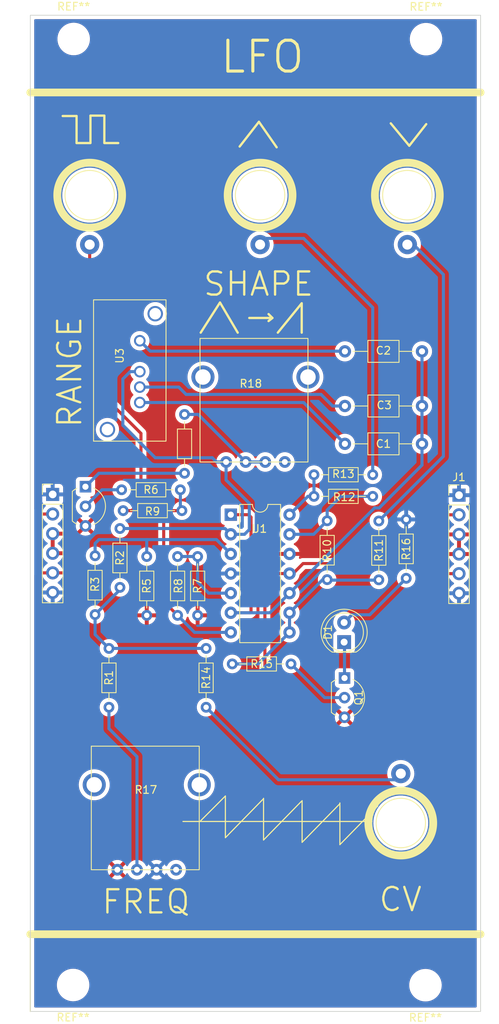
<source format=kicad_pcb>
(kicad_pcb (version 20211014) (generator pcbnew)
  (layers (0 "F.Cu" signal) (31 "B.Cu" signal) (34 "B.Paste" user) (35 "F.Paste" user) (36 "B.SilkS" user "B.Silkscreen") (37 "F.SilkS" user "F.Silkscreen") (38 "B.Mask" user) (39 "F.Mask" user) (44 "Edge.Cuts" user))
  (net 0 "")
  (net 1 "Net-(C1-Pad1)")
  (net 2 "Net-(D1-Pad1)")
  (net 3 "Net-(D1-Pad2)")
  (net 4 "+12V")
  (net 5 "-12V")
  (net 6 "Net-(Q1-Pad2)")
  (net 7 "Net-(R2-Pad2)")
  (net 8 "Net-(R3-Pad2)")
  (net 9 "Net-(R6-Pad2)")
  (net 10 "Net-(R7-Pad1)")
  (net 11 "Net-(R10-Pad1)")
  (net 12 "Net-(R10-Pad2)")
  (net 13 "Net-(C2-Pad1)")
  (net 14 "Net-(R12-Pad2)")
  (net 15 "Net-(C1-Pad2)")
  (net 16 "Net-(C3-Pad1)")
  (net 17 "Net-(R1-Pad1)")
  (net 18 "Net-(R1-Pad2)")
  (net 19 "Net-(Q2-Pad1)")
  (net 20 "Net-(Q2-Pad2)")
  (net 21 "GND")
  (net 22 "Net-(R4-Pad1)")
  (net 23 "Net-(R9-Pad2)")
  (net 24 "Net-(R11-Pad2)")
  (net 25 "Net-(R13-Pad2)")
  (net 26 "Net-(R14-Pad1)")
  (footprint "Capacitor_THT:C_Axial_L3.8mm_D2.6mm_P10.00mm_Horizontal" (layer "F.Cu") (at 150.9 80.4)
    (fp_text reference "C3" (at 5.1 -0.1) (layer "F.SilkS"))
    (fp_text value "C")
    (fp_line (start 2.98 -1.42) (end 2.98 1.42) (layer "F.SilkS") (width 0.12))
    (fp_line (start 1.04 0) (end 2.98 0) (layer "F.SilkS") (width 0.12))
    (fp_line (start 8.96 0) (end 7.02 0) (layer "F.SilkS") (width 0.12))
    (fp_line (start 7.02 -1.42) (end 2.98 -1.42) (layer "F.SilkS") (width 0.12))
    (fp_line (start 7.02 1.42) (end 7.02 -1.42) (layer "F.SilkS") (width 0.12))
    (fp_line (start 2.98 1.42) (end 7.02 1.42) (layer "F.SilkS") (width 0.12))
    (pad "1" thru_hole circle (at 0 0) (size 1.6 1.6) (drill 0.8) (layers *.Cu *.Mask) (net 16 "Net-(C3-Pad1)"))
    (pad "2" thru_hole oval (at 10 0) (size 1.6 1.6) (drill 0.8) (layers *.Cu *.Mask) (net 15 "Net-(C1-Pad2)"))
  )
  (footprint "Library:aux_flush" (layer "F.Cu") (at 159 53.1 90)
    (fp_text reference "U5" hide)
    (fp_text value "Aux_flush")
    (fp_circle (center 0 0) (end 3.2 0.1) (layer "F.SilkS") (width 0.12) (fill none))
    (fp_circle (center 0 0) (end 4.2 0.3) (layer "F.SilkS") (width 1) (fill none))
    (pad "" np_thru_hole circle (at 0 0 90) (size 6.1 6.1) (drill 6.1) (layers F&B.Cu *.Mask))
    (pad "1" thru_hole circle (at -6.4 0 90) (size 2.5 2.5) (drill 1.3) (layers *.Cu *.Mask) (net 24 "Net-(R11-Pad2)"))
  )
  (footprint "Resistor_THT:R_Axial_DIN0204_L3.6mm_D1.6mm_P7.62mm_Horizontal" (layer "F.Cu") (at 118.5 107.41 90)
    (fp_text reference "R3" (at 3.91 0 90) (layer "F.SilkS"))
    (fp_text value "R")
    (fp_line (start 1.89 -0.92) (end 1.89 0.92) (layer "F.SilkS") (width 0.12))
    (fp_line (start 0.94 0) (end 1.89 0) (layer "F.SilkS") (width 0.12))
    (fp_line (start 1.89 0.92) (end 5.73 0.92) (layer "F.SilkS") (width 0.12))
    (fp_line (start 5.73 -0.92) (end 1.89 -0.92) (layer "F.SilkS") (width 0.12))
    (fp_line (start 6.68 0) (end 5.73 0) (layer "F.SilkS") (width 0.12))
    (fp_line (start 5.73 0.92) (end 5.73 -0.92) (layer "F.SilkS") (width 0.12))
    (pad "1" thru_hole circle (at 0 0 90) (size 1.4 1.4) (drill 0.7) (layers *.Cu *.Mask) (net 18 "Net-(R1-Pad2)"))
    (pad "2" thru_hole oval (at 7.62 0 90) (size 1.4 1.4) (drill 0.7) (layers *.Cu *.Mask) (net 8 "Net-(R3-Pad2)"))
  )
  (footprint "Connector_PinHeader_2.54mm:PinHeader_1x06_P2.54mm_Vertical" (layer "F.Cu") (at 113 91.85)
    (fp_text reference "J2" hide)
    (fp_text value "Conn_01x06_Female")
    (fp_line (start 1.33 1.27) (end 1.33 14.03) (layer "F.SilkS") (width 0.12))
    (fp_line (start -1.33 -1.33) (end 0 -1.33) (layer "F.SilkS") (width 0.12))
    (fp_line (start -1.33 14.03) (end 1.33 14.03) (layer "F.SilkS") (width 0.12))
    (fp_line (start -1.33 1.27) (end -1.33 14.03) (layer "F.SilkS") (width 0.12))
    (fp_line (start -1.33 0) (end -1.33 -1.33) (layer "F.SilkS") (width 0.12))
    (fp_line (start -1.33 1.27) (end 1.33 1.27) (layer "F.SilkS") (width 0.12))
    (pad "1" thru_hole rect (at 0 0) (size 1.7 1.7) (drill 1) (layers *.Cu *.Mask) (net 4 "+12V"))
    (pad "2" thru_hole oval (at 0 2.54) (size 1.7 1.7) (drill 1) (layers *.Cu *.Mask) (net 5 "-12V"))
    (pad "3" thru_hole oval (at 0 5.08) (size 1.7 1.7) (drill 1) (layers *.Cu *.Mask) (net 21 "GND"))
    (pad "4" thru_hole oval (at 0 7.62) (size 1.7 1.7) (drill 1) (layers *.Cu *.Mask) (net 21 "GND"))
    (pad "5" thru_hole oval (at 0 10.16) (size 1.7 1.7) (drill 1) (layers *.Cu *.Mask) (net 5 "-12V"))
    (pad "6" thru_hole oval (at 0 12.7) (size 1.7 1.7) (drill 1) (layers *.Cu *.Mask) (net 4 "+12V"))
  )
  (footprint "Library:aux_flush" (layer "F.Cu") (at 117.8 53.1 90)
    (fp_text reference "U4" hide)
    (fp_text value "Aux_flush")
    (fp_circle (center 0 0) (end 3.2 0.1) (layer "F.SilkS") (width 0.12) (fill none))
    (fp_circle (center 0 0) (end 4.2 0.3) (layer "F.SilkS") (width 1) (fill none))
    (pad "" np_thru_hole circle (at 0 0 90) (size 6.1 6.1) (drill 6.1) (layers F&B.Cu *.Mask))
    (pad "1" thru_hole circle (at -6.4 0 90) (size 2.5 2.5) (drill 1.3) (layers *.Cu *.Mask) (net 23 "Net-(R9-Pad2)"))
  )
  (footprint "Resistor_THT:R_Axial_DIN0204_L3.6mm_D1.6mm_P7.62mm_Horizontal" (layer "F.Cu") (at 158.85 102.71 90)
    (fp_text reference "R16" (at 3.785 0 90) (layer "F.SilkS"))
    (fp_text value "R")
    (fp_line (start 1.89 0.92) (end 5.73 0.92) (layer "F.SilkS") (width 0.12))
    (fp_line (start 0.94 0) (end 1.89 0) (layer "F.SilkS") (width 0.12))
    (fp_line (start 5.73 0.92) (end 5.73 -0.92) (layer "F.SilkS") (width 0.12))
    (fp_line (start 6.68 0) (end 5.73 0) (layer "F.SilkS") (width 0.12))
    (fp_line (start 5.73 -0.92) (end 1.89 -0.92) (layer "F.SilkS") (width 0.12))
    (fp_line (start 1.89 -0.92) (end 1.89 0.92) (layer "F.SilkS") (width 0.12))
    (pad "1" thru_hole circle (at 0 0 90) (size 1.4 1.4) (drill 0.7) (layers *.Cu *.Mask) (net 3 "Net-(D1-Pad2)"))
    (pad "2" thru_hole oval (at 7.62 0 90) (size 1.4 1.4) (drill 0.7) (layers *.Cu *.Mask) (net 4 "+12V"))
  )
  (footprint "Resistor_THT:R_Axial_DIN0204_L3.6mm_D1.6mm_P7.62mm_Horizontal" (layer "F.Cu") (at 129.76 93.95 180)
    (fp_text reference "R9" (at 3.81 -0.1) (layer "F.SilkS"))
    (fp_text value "R")
    (fp_line (start 0.94 0) (end 1.89 0) (layer "F.SilkS") (width 0.12))
    (fp_line (start 5.73 0.92) (end 5.73 -0.92) (layer "F.SilkS") (width 0.12))
    (fp_line (start 5.73 -0.92) (end 1.89 -0.92) (layer "F.SilkS") (width 0.12))
    (fp_line (start 1.89 -0.92) (end 1.89 0.92) (layer "F.SilkS") (width 0.12))
    (fp_line (start 6.68 0) (end 5.73 0) (layer "F.SilkS") (width 0.12))
    (fp_line (start 1.89 0.92) (end 5.73 0.92) (layer "F.SilkS") (width 0.12))
    (pad "1" thru_hole circle (at 0 0 180) (size 1.4 1.4) (drill 0.7) (layers *.Cu *.Mask) (net 9 "Net-(R6-Pad2)"))
    (pad "2" thru_hole oval (at 7.62 0 180) (size 1.4 1.4) (drill 0.7) (layers *.Cu *.Mask) (net 23 "Net-(R9-Pad2)"))
  )
  (footprint "MountingHole:MountingHole_3.2mm_M3" (layer "F.Cu") (at 115.725 32.875)
    (fp_text reference "REF**" (at 0 -4.2) (layer "F.SilkS"))
    (fp_text value "MountingHole_3.2mm_M3")
    (pad "" np_thru_hole circle (at 0 0) (size 3.2 3.2) (drill 3.2) (layers *.Cu *.Mask))
  )
  (footprint "Resistor_THT:R_Axial_DIN0204_L3.6mm_D1.6mm_P7.62mm_Horizontal" (layer "F.Cu") (at 155.3 102.91 90)
    (fp_text reference "R11" (at 3.81 0 90) (layer "F.SilkS"))
    (fp_text value "R")
    (fp_line (start 0.94 0) (end 1.89 0) (layer "F.SilkS") (width 0.12))
    (fp_line (start 1.89 -0.92) (end 1.89 0.92) (layer "F.SilkS") (width 0.12))
    (fp_line (start 5.73 -0.92) (end 1.89 -0.92) (layer "F.SilkS") (width 0.12))
    (fp_line (start 5.73 0.92) (end 5.73 -0.92) (layer "F.SilkS") (width 0.12))
    (fp_line (start 6.68 0) (end 5.73 0) (layer "F.SilkS") (width 0.12))
    (fp_line (start 1.89 0.92) (end 5.73 0.92) (layer "F.SilkS") (width 0.12))
    (pad "1" thru_hole circle (at 0 0 90) (size 1.4 1.4) (drill 0.7) (layers *.Cu *.Mask) (net 11 "Net-(R10-Pad1)"))
    (pad "2" thru_hole oval (at 7.62 0 90) (size 1.4 1.4) (drill 0.7) (layers *.Cu *.Mask) (net 24 "Net-(R11-Pad2)"))
  )
  (footprint "Connector_PinHeader_2.54mm:PinHeader_1x06_P2.54mm_Vertical" (layer "F.Cu") (at 165.7 91.95)
    (fp_text reference "J1" (at 0 -2.33) (layer "F.SilkS"))
    (fp_text value "Conn_01x06_Female")
    (fp_line (start -1.33 0) (end -1.33 -1.33) (layer "F.SilkS") (width 0.12))
    (fp_line (start -1.33 14.03) (end 1.33 14.03) (layer "F.SilkS") (width 0.12))
    (fp_line (start -1.33 1.27) (end -1.33 14.03) (layer "F.SilkS") (width 0.12))
    (fp_line (start 1.33 1.27) (end 1.33 14.03) (layer "F.SilkS") (width 0.12))
    (fp_line (start -1.33 1.27) (end 1.33 1.27) (layer "F.SilkS") (width 0.12))
    (fp_line (start -1.33 -1.33) (end 0 -1.33) (layer "F.SilkS") (width 0.12))
    (pad "1" thru_hole rect (at 0 0) (size 1.7 1.7) (drill 1) (layers *.Cu *.Mask) (net 4 "+12V"))
    (pad "2" thru_hole oval (at 0 2.54) (size 1.7 1.7) (drill 1) (layers *.Cu *.Mask) (net 5 "-12V"))
    (pad "3" thru_hole oval (at 0 5.08) (size 1.7 1.7) (drill 1) (layers *.Cu *.Mask) (net 21 "GND"))
    (pad "4" thru_hole oval (at 0 7.62) (size 1.7 1.7) (drill 1) (layers *.Cu *.Mask) (net 21 "GND"))
    (pad "5" thru_hole oval (at 0 10.16) (size 1.7 1.7) (drill 1) (layers *.Cu *.Mask) (net 5 "-12V"))
    (pad "6" thru_hole oval (at 0 12.7) (size 1.7 1.7) (drill 1) (layers *.Cu *.Mask) (net 4 "+12V"))
  )
  (footprint "Library:aux_flush" (layer "F.Cu") (at 139.9 53.1 90)
    (fp_text reference "U6" hide)
    (fp_text value "Aux_flush")
    (fp_circle (center 0 0) (end 4.2 0.3) (layer "F.SilkS") (width 1) (fill none))
    (fp_circle (center 0 0) (end 3.2 0.1) (layer "F.SilkS") (width 0.12) (fill none))
    (pad "" np_thru_hole circle (at 0 0 90) (size 6.1 6.1) (drill 6.1) (layers F&B.Cu *.Mask))
    (pad "1" thru_hole circle (at -6.4 0 90) (size 2.5 2.5) (drill 1.3) (layers *.Cu *.Mask) (net 25 "Net-(R13-Pad2)"))
  )
  (footprint "Resistor_THT:R_Axial_DIN0204_L3.6mm_D1.6mm_P7.62mm_Horizontal" (layer "F.Cu") (at 132.9 119.41 90)
    (fp_text reference "R14" (at 3.81 0 90) (layer "F.SilkS"))
    (fp_text value "R")
    (fp_line (start 5.73 -0.92) (end 1.89 -0.92) (layer "F.SilkS") (width 0.12))
    (fp_line (start 5.73 0.92) (end 5.73 -0.92) (layer "F.SilkS") (width 0.12))
    (fp_line (start 1.89 -0.92) (end 1.89 0.92) (layer "F.SilkS") (width 0.12))
    (fp_line (start 1.89 0.92) (end 5.73 0.92) (layer "F.SilkS") (width 0.12))
    (fp_line (start 0.94 0) (end 1.89 0) (layer "F.SilkS") (width 0.12))
    (fp_line (start 6.68 0) (end 5.73 0) (layer "F.SilkS") (width 0.12))
    (pad "1" thru_hole circle (at 0 0 90) (size 1.4 1.4) (drill 0.7) (layers *.Cu *.Mask) (net 26 "Net-(R14-Pad1)"))
    (pad "2" thru_hole oval (at 7.62 0 90) (size 1.4 1.4) (drill 0.7) (layers *.Cu *.Mask) (net 18 "Net-(R1-Pad2)"))
  )
  (footprint "Resistor_THT:R_Axial_DIN0204_L3.6mm_D1.6mm_P7.62mm_Horizontal" (layer "F.Cu") (at 143.91 113.8 180)
    (fp_text reference "R15" (at 3.81 0) (layer "F.SilkS"))
    (fp_text value "R")
    (fp_line (start 1.89 -0.92) (end 1.89 0.92) (layer "F.SilkS") (width 0.12))
    (fp_line (start 0.94 0) (end 1.89 0) (layer "F.SilkS") (width 0.12))
    (fp_line (start 5.73 0.92) (end 5.73 -0.92) (layer "F.SilkS") (width 0.12))
    (fp_line (start 1.89 0.92) (end 5.73 0.92) (layer "F.SilkS") (width 0.12))
    (fp_line (start 6.68 0) (end 5.73 0) (layer "F.SilkS") (width 0.12))
    (fp_line (start 5.73 -0.92) (end 1.89 -0.92) (layer "F.SilkS") (width 0.12))
    (pad "1" thru_hole circle (at 0 0 180) (size 1.4 1.4) (drill 0.7) (layers *.Cu *.Mask) (net 6 "Net-(Q1-Pad2)"))
    (pad "2" thru_hole oval (at 7.62 0 180) (size 1.4 1.4) (drill 0.7) (layers *.Cu *.Mask) (net 11 "Net-(R10-Pad1)"))
  )
  (footprint "" (layer "F.Cu") (at 158.15 134.4)
    (fp_text reference "" (at 0 0) (layer "F.SilkS") (effects (font (size 1.27 1.27))))
    (fp_text value "" (at 0 0) (layer "F.SilkS") (effects (font (size 1.27 1.27))))
    (pad "" np_thru_hole circle (at 0 0) (size 6.1 6.1) (drill 6.1) (layers F&B.Cu *.Mask))
  )
  (footprint "Package_TO_SOT_THT:TO-92L_Inline_Wide" (layer "F.Cu") (at 150.85 115.625 -90)
    (fp_text reference "Q1" (at 2.54 -1.85 90) (layer "F.SilkS"))
    (fp_text value "BC547")
    (fp_line (start 0.6 1.7) (end 4.45 1.7) (layer "F.SilkS") (width 0.12))
    (fp_arc (start 2.54 -2.6) (mid 3.936979 -2.192818) (end 4.8964 -1.098807) (layer "F.SilkS") (width 0.12))
    (fp_arc (start 0.1836 -1.098807) (mid 1.143021 -2.192817) (end 2.54 -2.6) (layer "F.SilkS") (width 0.12))
    (fp_arc (start 4.842383 1.112264) (mid 4.666594 1.419753) (end 4.45 1.7) (layer "F.SilkS") (width 0.12))
    (fp_arc (start 0.6 1.7) (mid 0.389183 1.423933) (end 0.217369 1.122045) (layer "F.SilkS") (width 0.12))
    (pad "1" thru_hole rect (at 0 0 270) (size 1.5 1.5) (drill 0.8) (layers *.Cu *.Mask) (net 2 "Net-(D1-Pad1)"))
    (pad "2" thru_hole circle (at 2.54 0 270) (size 1.5 1.5) (drill 0.8) (layers *.Cu *.Mask) (net 6 "Net-(Q1-Pad2)"))
    (pad "3" thru_hole circle (at 5.08 0 270) (size 1.5 1.5) (drill 0.8) (layers *.Cu *.Mask) (net 21 "GND"))
  )
  (footprint "Resistor_THT:R_Axial_DIN0204_L3.6mm_D1.6mm_P7.62mm_Horizontal" (layer "F.Cu") (at 130.1 81.49 -90)
    (fp_text reference "R4" hide)
    (fp_text value "R")
    (fp_line (start 1.89 -0.92) (end 1.89 0.92) (layer "F.SilkS") (width 0.12))
    (fp_line (start 0.94 0) (end 1.89 0) (layer "F.SilkS") (width 0.12))
    (fp_line (start 5.73 -0.92) (end 1.89 -0.92) (layer "F.SilkS") (width 0.12))
    (fp_line (start 6.68 0) (end 5.73 0) (layer "F.SilkS") (width 0.12))
    (fp_line (start 5.73 0.92) (end 5.73 -0.92) (layer "F.SilkS") (width 0.12))
    (fp_line (start 1.89 0.92) (end 5.73 0.92) (layer "F.SilkS") (width 0.12))
    (pad "1" thru_hole circle (at 0 0 270) (size 1.4 1.4) (drill 0.7) (layers *.Cu *.Mask) (net 22 "Net-(R4-Pad1)"))
    (pad "2" thru_hole oval (at 7.62 0 270) (size 1.4 1.4) (drill 0.7) (layers *.Cu *.Mask) (net 19 "Net-(Q2-Pad1)"))
  )
  (footprint "MountingHole:MountingHole_3.2mm_M3" (layer "F.Cu") (at 115.65 155.375 180)
    (fp_text reference "REF**" (at 0 -4.2) (layer "F.SilkS"))
    (fp_text value "MountingHole_3.2mm_M3")
    (pad "" np_thru_hole circle (at 0 0 180) (size 3.2 3.2) (drill 3.2) (layers *.Cu *.Mask))
  )
  (footprint "Library:aux_flush" (layer "F.Cu") (at 158.15 134.4 -90)
    (fp_text reference "U2" hide)
    (fp_text value "Aux_flush")
    (fp_circle (center 0 0) (end 4.2 0.3) (layer "F.SilkS") (width 1) (fill none))
    (fp_circle (center 0 0) (end 3.2 0.1) (layer "F.SilkS") (width 0.12) (fill none))
    (pad "" np_thru_hole circle (at 0 0 270) (size 6.1 6.1) (drill 6.1) (layers F&B.Cu *.Mask))
    (pad "1" thru_hole circle (at -6.4 0 270) (size 2.5 2.5) (drill 1.3) (layers *.Cu *.Mask) (net 26 "Net-(R14-Pad1)"))
  )
  (footprint "Package_TO_SOT_THT:TO-92L_Inline_Wide" (layer "F.Cu") (at 117.25 90.85 -90)
    (fp_text reference "Q2" hide)
    (fp_text value "BC547")
    (fp_line (start 0.6 1.7) (end 4.45 1.7) (layer "F.SilkS") (width 0.12))
    (fp_arc (start 2.54 -2.6) (mid 3.936979 -2.192818) (end 4.8964 -1.098807) (layer "F.SilkS") (width 0.12))
    (fp_arc (start 0.1836 -1.098807) (mid 1.143021 -2.192817) (end 2.54 -2.6) (layer "F.SilkS") (width 0.12))
    (fp_arc (start 0.6 1.7) (mid 0.389183 1.423933) (end 0.217369 1.122045) (layer "F.SilkS") (width 0.12))
    (fp_arc (start 4.842383 1.112264) (mid 4.666594 1.419753) (end 4.45 1.7) (layer "F.SilkS") (width 0.12))
    (pad "1" thru_hole rect (at 0 0 270) (size 1.5 1.5) (drill 0.8) (layers *.Cu *.Mask) (net 19 "Net-(Q2-Pad1)"))
    (pad "2" thru_hole circle (at 2.54 0 270) (size 1.5 1.5) (drill 0.8) (layers *.Cu *.Mask) (net 20 "Net-(Q2-Pad2)"))
    (pad "3" thru_hole circle (at 5.08 0 270) (size 1.5 1.5) (drill 0.8) (layers *.Cu *.Mask) (net 21 "GND"))
  )
  (footprint "Resistor_THT:R_Axial_DIN0204_L3.6mm_D1.6mm_P7.62mm_Horizontal" (layer "F.Cu") (at 131.8 99.89 -90)
    (fp_text reference "R7" (at 3.81 0 90) (layer "F.SilkS"))
    (fp_text value "R")
    (fp_line (start 1.89 0.92) (end 5.73 0.92) (layer "F.SilkS") (width 0.12))
    (fp_line (start 6.68 0) (end 5.73 0) (layer "F.SilkS") (width 0.12))
    (fp_line (start 5.73 0.92) (end 5.73 -0.92) (layer "F.SilkS") (width 0.12))
    (fp_line (start 1.89 -0.92) (end 1.89 0.92) (layer "F.SilkS") (width 0.12))
    (fp_line (start 5.73 -0.92) (end 1.89 -0.92) (layer "F.SilkS") (width 0.12))
    (fp_line (start 0.94 0) (end 1.89 0) (layer "F.SilkS") (width 0.12))
    (pad "1" thru_hole circle (at 0 0 270) (size 1.4 1.4) (drill 0.7) (layers *.Cu *.Mask) (net 10 "Net-(R7-Pad1)"))
    (pad "2" thru_hole oval (at 7.62 0 270) (size 1.4 1.4) (drill 0.7) (layers *.Cu *.Mask) (net 21 "GND"))
  )
  (footprint "Resistor_THT:R_Axial_DIN0204_L3.6mm_D1.6mm_P7.62mm_Horizontal" (layer "F.Cu") (at 121.94 91.25)
    (fp_text reference "R6" (at 3.81 0) (layer "F.SilkS"))
    (fp_text value "R")
    (fp_line (start 1.89 0.92) (end 5.73 0.92) (layer "F.SilkS") (width 0.12))
    (fp_line (start 0.94 0) (end 1.89 0) (layer "F.SilkS") (width 0.12))
    (fp_line (start 5.73 0.92) (end 5.73 -0.92) (layer "F.SilkS") (width 0.12))
    (fp_line (start 1.89 -0.92) (end 1.89 0.92) (layer "F.SilkS") (width 0.12))
    (fp_line (start 5.73 -0.92) (end 1.89 -0.92) (layer "F.SilkS") (width 0.12))
    (fp_line (start 6.68 0) (end 5.73 0) (layer "F.SilkS") (width 0.12))
    (pad "1" thru_hole circle (at 0 0) (size 1.4 1.4) (drill 0.7) (layers *.Cu *.Mask) (net 20 "Net-(Q2-Pad2)"))
    (pad "2" thru_hole oval (at 7.62 0) (size 1.4 1.4) (drill 0.7) (layers *.Cu *.Mask) (net 9 "Net-(R6-Pad2)"))
  )
  (footprint "LED_THT:LED_D5.0mm" (layer "F.Cu") (at 150.8 110.975 90)
    (fp_text reference "D1" (at 1.27 -2.1 90) (layer "F.SilkS"))
    (fp_text value "LED")
    (fp_line (start -1.29 -1.545) (end -1.29 1.545) (layer "F.SilkS") (width 0.12))
    (fp_arc (start 4.26 -0.000462) (mid 2.072002 2.880433) (end -1.29 1.54483) (layer "F.SilkS") (width 0.12))
    (fp_arc (start -1.29 -1.54483) (mid 2.072002 -2.880433) (end 4.26 0.000462) (layer "F.SilkS") (width 0.12))
    (fp_circle (center 1.27 0) (end 3.77 0) (layer "F.SilkS") (width 0.12) (fill none))
    (pad "1" thru_hole rect (at 0 0 90) (size 1.8 1.8) (drill 0.9) (layers *.Cu *.Mask) (net 2 "Net-(D1-Pad1)"))
    (pad "2" thru_hole circle (at 2.54 0 90) (size 1.8 1.8) (drill 0.9) (layers *.Cu *.Mask) (net 3 "Net-(D1-Pad2)"))
  )
  (footprint "MountingHole:MountingHole_3.2mm_M3" (layer "F.Cu") (at 161.425 32.9)
    (fp_text reference "REF**" (at 0 -4.2) (layer "F.SilkS"))
    (fp_text value "MountingHole_3.2mm_M3")
    (pad "" np_thru_hole circle (at 0 0) (size 3.2 3.2) (drill 3.2) (layers *.Cu *.Mask))
  )
  (footprint "Resistor_THT:R_Axial_DIN0204_L3.6mm_D1.6mm_P7.62mm_Horizontal" (layer "F.Cu") (at 146.89 89.3)
    (fp_text reference "R13" (at 3.81 -0.1) (layer "F.SilkS"))
    (fp_text value "R")
    (fp_line (start 5.73 -0.92) (end 1.89 -0.92) (layer "F.SilkS") (width 0.12))
    (fp_line (start 0.94 0) (end 1.89 0) (layer "F.SilkS") (width 0.12))
    (fp_line (start 1.89 -0.92) (end 1.89 0.92) (layer "F.SilkS") (width 0.12))
    (fp_line (start 5.73 0.92) (end 5.73 -0.92) (layer "F.SilkS") (width 0.12))
    (fp_line (start 6.68 0) (end 5.73 0) (layer "F.SilkS") (width 0.12))
    (fp_line (start 1.89 0.92) (end 5.73 0.92) (layer "F.SilkS") (width 0.12))
    (pad "1" thru_hole circle (at 0 0) (size 1.4 1.4) (drill 0.7) (layers *.Cu *.Mask) (net 14 "Net-(R12-Pad2)"))
    (pad "2" thru_hole oval (at 7.62 0) (size 1.4 1.4) (drill 0.7) (layers *.Cu *.Mask) (net 25 "Net-(R13-Pad2)"))
  )
  (footprint "Resistor_THT:R_Axial_DIN0204_L3.6mm_D1.6mm_P7.62mm_Horizontal" (layer "F.Cu") (at 148.6 102.885 90)
    (fp_text reference "R10" (at 3.785 0 90) (layer "F.SilkS"))
    (fp_text value "R")
    (fp_line (start 5.73 -0.92) (end 1.89 -0.92) (layer "F.SilkS") (width 0.12))
    (fp_line (start 1.89 0.92) (end 5.73 0.92) (layer "F.SilkS") (width 0.12))
    (fp_line (start 6.68 0) (end 5.73 0) (layer "F.SilkS") (width 0.12))
    (fp_line (start 1.89 -0.92) (end 1.89 0.92) (layer "F.SilkS") (width 0.12))
    (fp_line (start 0.94 0) (end 1.89 0) (layer "F.SilkS") (width 0.12))
    (fp_line (start 5.73 0.92) (end 5.73 -0.92) (layer "F.SilkS") (width 0.12))
    (pad "1" thru_hole circle (at 0 0 90) (size 1.4 1.4) (drill 0.7) (layers *.Cu *.Mask) (net 11 "Net-(R10-Pad1)"))
    (pad "2" thru_hole oval (at 7.62 0 90) (size 1.4 1.4) (drill 0.7) (layers *.Cu *.Mask) (net 12 "Net-(R10-Pad2)"))
  )
  (footprint "Capacitor_THT:C_Axial_L3.8mm_D2.6mm_P10.00mm_Horizontal" (layer "F.Cu") (at 150.9 73.325)
    (fp_text reference "C2" (at 5 -0.1) (layer "F.SilkS"))
    (fp_text value "C")
    (fp_line (start 2.98 1.42) (end 7.02 1.42) (layer "F.SilkS") (width 0.12))
    (fp_line (start 7.02 1.42) (end 7.02 -1.42) (layer "F.SilkS") (width 0.12))
    (fp_line (start 2.98 -1.42) (end 2.98 1.42) (layer "F.SilkS") (width 0.12))
    (fp_line (start 7.02 -1.42) (end 2.98 -1.42) (layer "F.SilkS") (width 0.12))
    (fp_line (start 1.04 0) (end 2.98 0) (layer "F.SilkS") (width 0.12))
    (fp_line (start 8.96 0) (end 7.02 0) (layer "F.SilkS") (width 0.12))
    (pad "1" thru_hole circle (at 0 0) (size 1.6 1.6) (drill 0.8) (layers *.Cu *.Mask) (net 13 "Net-(C2-Pad1)"))
    (pad "2" thru_hole oval (at 10 0) (size 1.6 1.6) (drill 0.8) (layers *.Cu *.Mask) (net 15 "Net-(C1-Pad2)"))
  )
  (footprint "Resistor_THT:R_Axial_DIN0204_L3.6mm_D1.6mm_P7.62mm_Horizontal" (layer "F.Cu") (at 125.2 99.89 -90)
    (fp_text reference "R5" (at 3.81 0 90) (layer "F.SilkS"))
    (fp_text value "R")
    (fp_line (start 1.89 0.92) (end 5.73 0.92) (layer "F.SilkS") (width 0.12))
    (fp_line (start 5.73 -0.92) (end 1.89 -0.92) (layer "F.SilkS") (width 0.12))
    (fp_line (start 5.73 0.92) (end 5.73 -0.92) (layer "F.SilkS") (width 0.12))
    (fp_line (start 1.89 -0.92) (end 1.89 0.92) (layer "F.SilkS") (width 0.12))
    (fp_line (start 6.68 0) (end 5.73 0) (layer "F.SilkS") (width 0.12))
    (fp_line (start 0.94 0) (end 1.89 0) (layer "F.SilkS") (width 0.12))
    (pad "1" thru_hole circle (at 0 0 270) (size 1.4 1.4) (drill 0.7) (layers *.Cu *.Mask) (net 8 "Net-(R3-Pad2)"))
    (pad "2" thru_hole oval (at 7.62 0 270) (size 1.4 1.4) (drill 0.7) (layers *.Cu *.Mask) (net 21 "GND"))
  )
  (footprint "Resistor_THT:R_Axial_DIN0204_L3.6mm_D1.6mm_P7.62mm_Horizontal" (layer "F.Cu") (at 129.2 107.51 90)
    (fp_text reference "R8" (at 3.81 0.1 90) (layer "F.SilkS"))
    (fp_text value "R")
    (fp_line (start 6.68 0) (end 5.73 0) (layer "F.SilkS") (width 0.12))
    (fp_line (start 1.89 -0.92) (end 1.89 0.92) (layer "F.SilkS") (width 0.12))
    (fp_line (start 0.94 0) (end 1.89 0) (layer "F.SilkS") (width 0.12))
    (fp_line (start 1.89 0.92) (end 5.73 0.92) (layer "F.SilkS") (width 0.12))
    (fp_line (start 5.73 0.92) (end 5.73 -0.92) (layer "F.SilkS") (width 0.12))
    (fp_line (start 5.73 -0.92) (end 1.89 -0.92) (layer "F.SilkS") (width 0.12))
    (pad "1" thru_hole circle (at 0 0 90) (size 1.4 1.4) (drill 0.7) (layers *.Cu *.Mask) (net 9 "Net-(R6-Pad2)"))
    (pad "2" thru_hole oval (at 7.62 0 90) (size 1.4 1.4) (drill 0.7) (layers *.Cu *.Mask) (net 10 "Net-(R7-Pad1)"))
  )
  (footprint "Capacitor_THT:C_Axial_L3.8mm_D2.6mm_P10.00mm_Horizontal" (layer "F.Cu") (at 150.9 85.3)
    (fp_text reference "C1" (at 5 0) (layer "F.SilkS"))
    (fp_text value "C")
    (fp_line (start 7.02 1.42) (end 7.02 -1.42) (layer "F.SilkS") (width 0.12))
    (fp_line (start 2.98 -1.42) (end 2.98 1.42) (layer "F.SilkS") (width 0.12))
    (fp_line (start 1.04 0) (end 2.98 0) (layer "F.SilkS") (width 0.12))
    (fp_line (start 2.98 1.42) (end 7.02 1.42) (layer "F.SilkS") (width 0.12))
    (fp_line (start 7.02 -1.42) (end 2.98 -1.42) (layer "F.SilkS") (width 0.12))
    (fp_line (start 8.96 0) (end 7.02 0) (layer "F.SilkS") (width 0.12))
    (pad "1" thru_hole circle (at 0 0) (size 1.6 1.6) (drill 0.8) (layers *.Cu *.Mask) (net 1 "Net-(C1-Pad1)"))
    (pad "2" thru_hole oval (at 10 0) (size 1.6 1.6) (drill 0.8) (layers *.Cu *.Mask) (net 15 "Net-(C1-Pad2)"))
  )
  (footprint "pretties:AlpsPot" (layer "F.Cu") (at 135.49 87.649)
    (fp_text reference "R18" (at 3.21 -10.149 unlocked) (layer "F.SilkS"))
    (fp_text value "AlpsPot")
    (fp_rect (start -3.38 -16) (end 10.62 0) (layer "F.SilkS") (width 0.12) (fill none))
    (pad "1" thru_hole circle (at 0 0) (size 1.524 1.524) (drill 0.762) (layers *.Cu *.Mask) (net 7 "Net-(R2-Pad2)"))
    (pad "2" thru_hole circle (at 2.54 0) (size 1.524 1.524) (drill 0.762) (layers *.Cu *.Mask) (net 22 "Net-(R4-Pad1)"))
    (pad "3" thru_hole circle (at 5.08 0) (size 1.524 1.524) (drill 0.762) (layers *.Cu *.Mask) (net 22 "Net-(R4-Pad1)"))
    (pad "4" thru_hole circle (at 7.62 0) (size 1.524 1.524) (drill 0.762) (layers *.Cu *.Mask))
    (pad "5" thru_hole circle (at -3 -11) (size 3 3) (drill 2) (layers *.Cu *.Mask))
    (pad "6" thru_hole circle (at 10.62 -11) (size 3 3) (drill 2) (layers *.Cu *.Mask))
  )
  (footprint "MountingHole:MountingHole_3.2mm_M3" (layer "F.Cu") (at 161.35 155.4 180)
    (fp_text reference "REF**" (at 0 -4.2) (layer "F.SilkS"))
    (fp_text value "MountingHole_3.2mm_M3")
    (pad "" np_thru_hole circle (at 0 0 180) (size 3.2 3.2) (drill 3.2) (layers *.Cu *.Mask))
  )
  (footprint "Resistor_THT:R_Axial_DIN0204_L3.6mm_D1.6mm_P7.62mm_Horizontal" (layer "F.Cu") (at 121.725 103.885 90)
    (fp_text reference "R2" (at 3.81 0 90) (layer "F.SilkS"))
    (fp_text value "R")
    (fp_line (start 0.94 0) (end 1.89 0) (layer "F.SilkS") (width 0.12))
    (fp_line (start 1.89 0.92) (end 5.73 0.92) (layer "F.SilkS") (width 0.12))
    (fp_line (start 5.73 -0.92) (end 1.89 -0.92) (layer "F.SilkS") (width 0.12))
    (fp_line (start 1.89 -0.92) (end 1.89 0.92) (layer "F.SilkS") (width 0.12))
    (fp_line (start 5.73 0.92) (end 5.73 -0.92) (layer "F.SilkS") (width 0.12))
    (fp_line (start 6.68 0) (end 5.73 0) (layer "F.SilkS") (width 0.12))
    (pad "1" thru_hole circle (at 0 0 90) (size 1.4 1.4) (drill 0.7) (layers *.Cu *.Mask) (net 18 "Net-(R1-Pad2)"))
    (pad "2" thru_hole oval (at 7.62 0 90) (size 1.4 1.4) (drill 0.7) (layers *.Cu *.Mask) (net 7 "Net-(R2-Pad2)"))
  )
  (footprint "Resistor_THT:R_Axial_DIN0204_L3.6mm_D1.6mm_P7.62mm_Horizontal" (layer "F.Cu") (at 120.3 119.41 90)
    (fp_text reference "R1" (at 3.81 0 90) (layer "F.SilkS"))
    (fp_text value "R")
    (fp_line (start 0.94 0) (end 1.89 0) (layer "F.SilkS") (width 0.12))
    (fp_line (start 5.73 0.92) (end 5.73 -0.92) (layer "F.SilkS") (width 0.12))
    (fp_line (start 5.73 -0.92) (end 1.89 -0.92) (layer "F.SilkS") (width 0.12))
    (fp_line (start 1.89 0.92) (end 5.73 0.92) (layer "F.SilkS") (width 0.12))
    (fp_line (start 1.89 -0.92) (end 1.89 0.92) (layer "F.SilkS") (width 0.12))
    (fp_line (start 6.68 0) (end 5.73 0) (layer "F.SilkS") (width 0.12))
    (pad "1" thru_hole circle (at 0 0 90) (size 1.4 1.4) (drill 0.7) (layers *.Cu *.Mask) (net 17 "Net-(R1-Pad1)"))
    (pad "2" thru_hole oval (at 7.62 0 90) (size 1.4 1.4) (drill 0.7) (layers *.Cu *.Mask) (net 18 "Net-(R1-Pad2)"))
  )
  (footprint "Resistor_THT:R_Axial_DIN0204_L3.6mm_D1.6mm_P7.62mm_Horizontal" (layer "F.Cu") (at 154.51 92.1 180)
    (fp_text reference "R12" (at 3.71 -0.1) (layer "F.SilkS"))
    (fp_text value "R")
    (fp_line (start 1.89 -0.92) (end 1.89 0.92) (layer "F.SilkS") (width 0.12))
    (fp_line (start 5.73 -0.92) (end 1.89 -0.92) (layer "F.SilkS") (width 0.12))
    (fp_line (start 1.89 0.92) (end 5.73 0.92) (layer "F.SilkS") (width 0.12))
    (fp_line (start 0.94 0) (end 1.89 0) (layer "F.SilkS") (width 0.12))
    (fp_line (start 5.73 0.92) (end 5.73 -0.92) (layer "F.SilkS") (width 0.12))
    (fp_line (start 6.68 0) (end 5.73 0) (layer "F.SilkS") (width 0.12))
    (pad "1" thru_hole circle (at 0 0 180) (size 1.4 1.4) (drill 0.7) (layers *.Cu *.Mask) (net 12 "Net-(R10-Pad2)"))
    (pad "2" thru_hole oval (at 7.62 0 180) (size 1.4 1.4) (drill 0.7) (layers *.Cu *.Mask) (net 14 "Net-(R12-Pad2)"))
  )
  (footprint "pretties:AlpsPot" (layer "F.Cu") (at 121.39 140.449)
    (fp_text reference "R17" (at 3.71 -10.349 unlocked) (layer "F.SilkS"))
    (fp_text value "AlpsPot")
    (fp_rect (start -3.38 -16) (end 10.62 0) (layer "F.SilkS") (width 0.12) (fill none))
    (pad "1" thru_hole circle (at 0 0) (size 1.524 1.524) (drill 0.762) (layers *.Cu *.Mask) (net 21 "GND"))
    (pad "2" thru_hole circle (at 2.54 0) (size 1.524 1.524) (drill 0.762) (layers *.Cu *.Mask) (net 17 "Net-(R1-Pad1)"))
    (pad "3" thru_hole circle (at 5.08 0) (size 1.524 1.524) (drill 0.762) (layers *.Cu *.Mask) (net 4 "+12V"))
    (pad "4" thru_hole circle (at 7.62 0) (size 1.524 1.524) (drill 0.762) (layers *.Cu *.Mask))
    (pad "5" thru_hole circle (at -3 -11) (size 3 3) (drill 2) (layers *.Cu *.Mask))
    (pad "6" thru_hole circle (at 10.62 -11) (size 3 3) (drill 2) (layers *.Cu *.Mask))
  )
  (footprint "Library:SP3T" (layer "F.Cu") (at 124.3 76.95 90)
    (fp_text reference "U3" (at 3.05 -2.6 90 unlocked) (layer "F.SilkS"))
    (fp_text value "SP3T")
    (fp_rect (start -8 -6) (end 10.3 3.4) (layer "F.SilkS") (width 0.12) (fill none))
    (pad "1" thru_hole circle (at 5 0 90) (size 1.5 1.5) (drill 1) (layers *.Cu *.Mask) (net 13 "Net-(C2-Pad1)"))
    (pad "2" thru_hole circle (at 1 0 90) (size 1.5 1.5) (drill 1) (layers *.Cu *.Mask) (net 7 "Net-(R2-Pad2)"))
    (pad "3" thru_hole circle (at -1 0 90) (size 1.5 1.5) (drill 1) (layers *.Cu *.Mask) (net 16 "Net-(C3-Pad1)"))
    (pad "4" thru_hole circle (at -3 0 90) (size 1.5 1.5) (drill 1) (layers *.Cu *.Mask) (net 1 "Net-(C1-Pad1)"))
    (pad "5" thru_hole circle (at 8.5 2 90) (size 2 2) (drill 1.5) (layers *.Cu *.Mask))
    (pad "6" thru_hole circle (at -6.5 -4.2 90) (size 2 2) (drill 1.5) (layers *.Cu *.Mask))
  )
  (footprint "Package_DIP:DIP-14_W7.62mm" (layer "F.Cu") (at 136.1 94.475)
    (fp_text reference "U1" (at 3.7 1.825) (layer "F.SilkS"))
    (fp_text value "TL074")
    (fp_line (start 6.46 16.57) (end 6.46 -1.33) (layer "F.SilkS") (width 0.12))
    (fp_line (start 2.81 -1.33) (end 1.16 -1.33) (layer "F.SilkS") (width 0.12))
    (fp_line (start 1.16 -1.33) (end 1.16 16.57) (layer "F.SilkS") (width 0.12))
    (fp_line (start 6.46 -1.33) (end 4.81 -1.33) (layer "F.SilkS") (width 0.12))
    (fp_line (start 1.16 16.57) (end 6.46 16.57) (layer "F.SilkS") (width 0.12))
    (fp_arc (start 4.81 -1.33) (mid 3.81 -0.33) (end 2.81 -1.33) (layer "F.SilkS") (width 0.12))
    (pad "1" thru_hole rect (at 0 0) (size 1.6 1.6) (drill 0.8) (layers *.Cu *.Mask) (net 15 "Net-(C1-Pad2)"))
    (pad "2" thru_hole oval (at 0 2.54) (size 1.6 1.6) (drill 0.8) (layers *.Cu *.Mask) (net 7 "Net-(R2-Pad2)"))
    (pad "3" thru_hole oval (at 0 5.08) (size 1.6 1.6) (drill 0.8) (layers *.Cu *.Mask) (net 8 "Net-(R3-Pad2)"))
    (pad "4" thru_hole oval (at 0 7.62) (size 1.6 1.6) (drill 0.8) (layers *.Cu *.Mask) (net 4 "+12V"))
    (pad "5" thru_hole oval (at 0 10.16) (size 1.6 1.6) (drill 0.8) (layers *.Cu *.Mask) (net 10 "Net-(R7-Pad1)"))
    (pad "6" thru_hole oval (at 0 12.7) (size 1.6 1.6) (drill 0.8) (layers *.Cu *.Mask) (net 15 "Net-(C1-Pad2)"))
    (pad "7" thru_hole oval (at 0 15.24) (size 1.6 1.6) (drill 0.8) (layers *.Cu *.Mask) (net 9 "Net-(R6-Pad2)"))
    (pad "8" thru_hole oval (at 7.62 15.24) (size 1.6 1.6) (drill 0.8) (layers *.Cu *.Mask) (net 11 "Net-(R10-Pad1)"))
    (pad "9" thru_hole oval (at 7.62 12.7) (size 1.6 1.6) (drill 0.8) (layers *.Cu *.Mask) (net 11 "Net-(R10-Pad1)"))
    (pad "10" thru_hole oval (at 7.62 10.16) (size 1.6 1.6) (drill 0.8) (layers *.Cu *.Mask) (net 15 "Net-(C1-Pad2)"))
    (pad "11" thru_hole oval (at 7.62 7.62) (size 1.6 1.6) (drill 0.8) (layers *.Cu *.Mask) (net 5 "-12V"))
    (pad "12" thru_hole oval (at 7.62 5.08) (size 1.6 1.6) (drill 0.8) (layers *.Cu *.Mask) (net 21 "GND"))
    (pad "13" thru_hole oval (at 7.62 2.54) (size 1.6 1.6) (drill 0.8) (layers *.Cu *.Mask) (net 12 "Net-(R10-Pad2)"))
    (pad "14" thru_hole oval (at 7.62 0) (size 1.6 1.6) (drill 0.8) (layers *.Cu *.Mask) (net 14 "Net-(R12-Pad2)"))
  )
  (gr_line (start 117.9 46.3) (end 117.9 42.8) (layer "F.SilkS") (width 0.3))
  (gr_line (start 135.4 136.3) (end 140.3 131.3) (layer "F.SilkS") (width 0.15))
  (gr_line (start 145.3 67.1) (end 142.2 70.9) (layer "F.SilkS") (width 0.3))
  (gr_line (start 119.7 46.35) (end 121.5 46.35) (layer "F.SilkS") (width 0.3))
  (gr_line (start 145.3 67.1) (end 145.3 70.9) (layer "F.SilkS") (width 0.3))
  (gr_line (start 132.2 70.9) (end 134.7 67) (layer "F.SilkS") (width 0.3))
  (gr_line (start 150.25 137.2) (end 155.15 132.2) (layer "F.SilkS") (width 0.15))
  (gr_line (start 138.5 69) (end 141.5 69) (layer "F.SilkS") (width 0.3))
  (gr_line (start 110.1 148.8) (end 168.5 148.8) (layer "F.SilkS") (width 1))
  (gr_line (start 110.1 158.8) (end 110.1 148.8) (layer "F.SilkS") (width 0.15))
  (gr_line (start 119.7 46.3) (end 119.7 42.8) (layer "F.SilkS") (width 0.3))
  (gr_line (start 156.85 43.8) (end 159.25 46.7) (layer "F.SilkS") (width 0.3))
  (gr_line (start 110.1 39.8) (end 168.5 39.8) (layer "F.SilkS") (width 1))
  (gr_line (start 139.75 43.6) (end 142.05 46.9) (layer "F.SilkS") (width 0.3))
  (gr_line (start 145.35 131.5) (end 145.35 136.9) (layer "F.SilkS") (width 0.15))
  (gr_line (start 140.35 136.6) (end 145.25 131.6) (layer "F.SilkS") (width 0.15))
  (gr_line (start 145.35 136.9) (end 150.25 131.9) (layer "F.SilkS") (width 0.15))
  (gr_line (start 159.25 46.7) (end 161.45 43.9) (layer "F.SilkS") (width 0.3))
  (gr_line (start 141.5 69) (end 141 68.5) (layer "F.SilkS") (width 0.3))
  (gr_line (start 116.1 46.35) (end 117.9 46.35) (layer "F.SilkS") (width 0.3))
  (gr_line (start 129.9 134.2) (end 154.4 134.2) (layer "F.SilkS") (width 0.15))
  (gr_line (start 137.25 46.8) (end 139.75 43.6) (layer "F.SilkS") (width 0.3))
  (gr_line (start 114.3 42.85) (end 116.1 42.85) (layer "F.SilkS") (width 0.3))
  (gr_line (start 117.9 42.8) (end 119.7 42.8) (layer "F.SilkS") (width 0.3))
  (gr_line (start 150.25 131.8) (end 150.25 137.2) (layer "F.SilkS") (width 0.15))
  (gr_line (start 140.35 131.2) (end 140.35 136.6) (layer "F.SilkS") (width 0.15))
  (gr_line (start 135.4 130.9) (end 135.4 136.3) (layer "F.SilkS") (width 0.15))
  (gr_line (start 132.1 134.2) (end 135.4 130.9) (layer "F.SilkS") (width 0.15))
  (gr_line (start 134.7 67) (end 137 70.9) (layer "F.SilkS") (width 0.3))
  (gr_line (start 116.1 46.35) (end 116.1 42.85) (layer "F.SilkS") (width 0.3))
  (gr_line (start 141 69.4) (end 141.5 69) (layer "F.SilkS") (width 0.3))
  (gr_rect (start 110.1 29.8) (end 168.5 158.8) (layer "Edge.Cuts") (width 0.1) (fill none))
  (gr_text "LFO" (at 140.2 35.2) (layer "F.SilkS") (effects (font (size 4 4) (thickness 0.4))))
  (gr_text "CV" (at 158.1 144.3) (layer "F.SilkS") (effects (font (size 3 3) (thickness 0.3))))
  (gr_text "FREQ" (at 125.1 144.6) (layer "F.SilkS") (effects (font (size 3 3) (thickness 0.3))))
  (gr_text "SHAPE\n" (at 139.7 64.6) (layer "F.SilkS") (effects (font (size 3 3) (thickness 0.3))))
  (gr_text "RANGE\n" (at 115.2 76 90) (layer "F.SilkS") (effects (font (size 3 3) (thickness 0.3))))
  (segment (start 124.3 79.95) (end 145.55 79.95) (width 0.4) (layer "B.Cu") (net 1))
  (segment (start 145.55 79.95) (end 150.9 85.3) (width 0.4) (layer "B.Cu") (net 1))
  (segment (start 150.85 111.025) (end 150.8 110.975) (width 0.4) (layer "B.Cu") (net 2))
  (segment (start 150.85 115.625) (end 150.85 111.025) (width 0.4) (layer "B.Cu") (net 2))
  (segment (start 158.85 102.71) (end 154.125 107.435) (width 0.4) (layer "B.Cu") (net 3))
  (segment (start 154.125 107.435) (end 151.8 107.435) (width 0.4) (layer "B.Cu") (net 3))
  (segment (start 151.8 107.435) (end 150.8 108.435) (width 0.4) (layer "B.Cu") (net 3))
  (segment (start 113 94.39) (end 111.285 94.39) (width 0.4) (layer "F.Cu") (net 5))
  (segment (start 162.89 102.11) (end 165.7 102.11) (width 0.4) (layer "F.Cu") (net 5))
  (segment (start 113 102.01) (end 115.185 102.01) (width 0.4) (layer "F.Cu") (net 5))
  (segment (start 165.7 94.49) (end 163.315 94.49) (width 0.4) (layer "F.Cu") (net 5))
  (segment (start 115.9 117.125) (end 115.95 117.175) (width 0.4) (layer "F.Cu") (net 5))
  (segment (start 115.9 102.725) (end 115.9 117.125) (width 0.4) (layer "F.Cu") (net 5))
  (segment (start 111.05 101.45) (end 111.61 102.01) (width 0.4) (layer "F.Cu") (net 5))
  (segment (start 111.05 94.625) (end 111.05 101.45) (width 0.4) (layer "F.Cu") (net 5))
  (segment (start 140.525 102.2) (end 140.525 117.175) (width 0.4) (layer "F.Cu") (net 5))
  (segment (start 143.72 102.095) (end 140.63 102.095) (width 0.4) (layer "F.Cu") (net 5))
  (segment (start 145.475 100.8) (end 144.18 102.095) (width 0.4) (layer "F.Cu") (net 5))
  (segment (start 162.875 100.8) (end 145.475 100.8) (width 0.4) (layer "F.Cu") (net 5))
  (segment (start 111.285 94.39) (end 111.05 94.625) (width 0.4) (layer "F.Cu") (net 5))
  (segment (start 111.61 102.01) (end 113 102.01) (width 0.4) (layer "F.Cu") (net 5))
  (segment (start 162.875 94.9) (end 162.875 100.8) (width 0.4) (layer "F.Cu") (net 5))
  (segment (start 163.3 94.475) (end 162.875 94.9) (width 0.4) (layer "F.Cu") (net 5))
  (segment (start 115.95 117.175) (end 140.525 117.175) (width 0.4) (layer "F.Cu") (net 5))
  (segment (start 115.185 102.01) (end 115.9 102.725) (width 0.4) (layer "F.Cu") (net 5))
  (segment (start 163.315 94.49) (end 163.3 94.475) (width 0.4) (layer "F.Cu") (net 5))
  (segment (start 162.875 100.8) (end 162.875 102.125) (width 0.4) (layer "F.Cu") (net 5))
  (segment (start 162.875 102.125) (end 162.89 102.11) (width 0.4) (layer "F.Cu") (net 5))
  (segment (start 140.63 102.095) (end 140.525 102.2) (width 0.4) (layer "F.Cu") (net 5))
  (segment (start 144.18 102.095) (end 143.72 102.095) (width 0.4) (layer "F.Cu") (net 5))
  (segment (start 148.275 118.165) (end 143.91 113.8) (width 0.4) (layer "B.Cu") (net 6))
  (segment (start 150.85 118.165) (end 148.275 118.165) (width 0.4) (layer "B.Cu") (net 6))
  (segment (start 133.7 87.1) (end 134.249 87.649) (width 0.4) (layer "B.Cu") (net 7))
  (segment (start 122.1 82.9) (end 126.3 87.1) (width 0.4) (layer "B.Cu") (net 7))
  (segment (start 134.249 87.649) (end 135.49 87.649) (width 0.4) (layer "B.Cu") (net 7))
  (segment (start 138.5 96.4) (end 137.885 97.015) (width 0.4) (layer "B.Cu") (net 7))
  (segment (start 122.1 76.9) (end 122.1 82.9) (width 0.4) (layer "B.Cu") (net 7))
  (segment (start 135.49 87.649) (end 135.49 89.99) (width 0.4) (layer "B.Cu") (net 7))
  (segment (start 126.3 87.1) (end 133.7 87.1) (width 0.4) (layer "B.Cu") (net 7))
  (segment (start 121.725 96.265) (end 135.35 96.265) (width 0.4) (layer "B.Cu") (net 7))
  (segment (start 124.3 75.95) (end 123.05 75.95) (width 0.4) (layer "B.Cu") (net 7))
  (segment (start 137.885 97.015) (end 136.1 97.015) (width 0.4) (layer "B.Cu") (net 7))
  (segment (start 138.5 93) (end 138.5 96.4) (width 0.4) (layer "B.Cu") (net 7))
  (segment (start 123.05 75.95) (end 122.1 76.9) (width 0.4) (layer "B.Cu") (net 7))
  (segment (start 135.35 96.265) (end 136.1 97.015) (width 0.4) (layer "B.Cu") (net 7))
  (segment (start 135.49 89.99) (end 138.5 93) (width 0.4) (layer "B.Cu") (net 7))
  (segment (start 125.2 99.89) (end 125.2 97.7) (width 0.4) (layer "B.Cu") (net 8))
  (segment (start 118.5 98.2) (end 119 97.7) (width 0.4) (layer "B.Cu") (net 8))
  (segment (start 118.5 99.79) (end 118.5 98.2) (width 0.4) (layer "B.Cu") (net 8))
  (segment (start 125.2 97.7) (end 134.245 97.7) (width 0.4) (layer "B.Cu") (net 8))
  (segment (start 119 97.7) (end 125.2 97.7) (width 0.4) (layer "B.Cu") (net 8))
  (segment (start 134.245 97.7) (end 136.1 99.555) (width 0.4) (layer "B.Cu") (net 8))
  (segment (start 127.775 93.95) (end 127.4 94.325) (width 0.4) (layer "F.Cu") (net 9))
  (segment (start 127.4 105.71) (end 129.2 107.51) (width 0.4) (layer "F.Cu") (net 9))
  (segment (start 129.76 93.95) (end 127.775 93.95) (width 0.4) (layer "F.Cu") (net 9))
  (segment (start 127.4 94.325) (end 127.4 105.71) (width 0.4) (layer "F.Cu") (net 9))
  (segment (start 129.2 107.51) (end 131.405 109.715) (width 0.4) (layer "B.Cu") (net 9))
  (segment (start 131.405 109.715) (end 136.1 109.715) (width 0.4) (layer "B.Cu") (net 9))
  (segment (start 129.56 91.25) (end 129.56 93.75) (width 0.4) (layer "B.Cu") (net 9))
  (segment (start 129.56 93.75) (end 129.76 93.95) (width 0.4) (layer "B.Cu") (net 9))
  (segment (start 136.1 104.635) (end 133.235 104.635) (width 0.4) (layer "B.Cu") (net 10))
  (segment (start 129.2 99.89) (end 131.8 99.89) (width 0.4) (layer "B.Cu") (net 10))
  (segment (start 133.235 104.635) (end 131.8 103.2) (width 0.4) (layer "B.Cu") (net 10))
  (segment (start 131.8 103.2) (end 131.8 99.89) (width 0.4) (layer "B.Cu") (net 10))
  (segment (start 136.29 113.8) (end 139.635 113.8) (width 0.4) (layer "B.Cu") (net 11))
  (segment (start 143.72 107.175) (end 148.01 102.885) (width 0.4) (layer "B.Cu") (net 11))
  (segment (start 155.3 102.91) (end 155.26 102.95) (width 0.4) (layer "B.Cu") (net 11))
  (segment (start 155.26 102.95) (end 148.665 102.95) (width 0.4) (layer "B.Cu") (net 11))
  (segment (start 148.665 102.95) (end 148.6 102.885) (width 0.4) (layer "B.Cu") (net 11))
  (segment (start 143.72 107.175) (end 143.72 109.715) (width 0.4) (layer "B.Cu") (net 11))
  (segment (start 139.635 113.8) (end 143.72 109.715) (width 0.4) (layer "B.Cu") (net 11))
  (segment (start 148.01 102.885) (end 148.6 102.885) (width 0.4) (layer "B.Cu") (net 11))
  (segment (start 148.6 95.265) (end 148.6 93.875) (width 0.4) (layer "B.Cu") (net 12))
  (segment (start 143.72 97.015) (end 146.85 97.015) (width 0.4) (layer "B.Cu") (net 12))
  (segment (start 150.375 92.1) (end 154.51 92.1) (width 0.4) (layer "B.Cu") (net 12))
  (segment (start 148.6 93.875) (end 150.375 92.1) (width 0.4) (layer "B.Cu") (net 12))
  (segment (start 146.85 97.015) (end 148.6 95.265) (width 0.4) (layer "B.Cu") (net 12))
  (segment (start 125.65 73.3) (end 124.3 71.95) (width 0.4) (layer "B.Cu") (net 13))
  (segment (start 150.7 73.3) (end 125.65 73.3) (width 0.4) (layer "B.Cu") (net 13))
  (segment (start 146.89 89.3) (end 146.89 92.1) (width 0.4) (layer "B.Cu") (net 14))
  (segment (start 143.72 94.475) (end 146.095 92.1) (width 0.4) (layer "B.Cu") (net 14))
  (segment (start 146.095 92.1) (end 146.89 92.1) (width 0.4) (layer "B.Cu") (net 14))
  (segment (start 138.725 107.05) (end 138.725 94.8) (width 0.4) (layer "F.Cu") (net 15))
  (segment (start 136.1 107.175) (end 138.6 107.175) (width 0.4) (layer "F.Cu") (net 15))
  (segment (start 138.6 107.175) (end 138.725 107.05) (width 0.4) (layer "F.Cu") (net 15))
  (segment (start 138.725 94.8) (end 138.4 94.475) (width 0.4) (layer "F.Cu") (net 15))
  (segment (start 138.4 94.475) (end 136.1 94.475) (width 0.4) (layer "F.Cu") (net 15))
  (segment (start 160.9 88.05) (end 160.9 85.3) (width 0.4) (layer "B.Cu") (net 15))
  (segment (start 150.43 97.92) (end 154.75 93.6) (width 0.4) (layer "B.Cu") (net 15))
  (segment (start 150.43 97.925) (end 150.43 97.92) (width 0.4) (layer "B.Cu") (net 15))
  (segment (start 136.1 107.175) (end 141.18 107.175) (width 0.4) (layer "B.Cu") (net 15))
  (segment (start 141.18 107.175) (end 143.72 104.635) (width 0.4) (layer "B.Cu") (net 15))
  (segment (start 154.75 93.6) (end 155.35 93.6) (width 0.4) (layer "B.Cu") (net 15))
  (segment (start 143.72 104.635) (end 150.43 97.925) (width 0.4) (layer "B.Cu") (net 15))
  (segment (start 155.35 93.6) (end 160.9 88.05) (width 0.4) (layer "B.Cu") (net 15))
  (segment (start 160.9 73.325) (end 160.9 85.3) (width 0.4) (layer "B.Cu") (net 15))
  (segment (start 147.8 78.9) (end 149.3 80.4) (width 0.4) (layer "B.Cu") (net 16))
  (segment (start 149.3 80.4) (end 150.9 80.4) (width 0.4) (layer "B.Cu") (net 16))
  (segment (start 124.3 77.95) (end 129.35 77.95) (width 0.4) (layer "B.Cu") (net 16))
  (segment (start 129.35 77.95) (end 130.3 78.9) (width 0.4) (layer "B.Cu") (net 16))
  (segment (start 130.3 78.9) (end 147.8 78.9) (width 0.4) (layer "B.Cu") (net 16))
  (segment (start 120.3 119.41) (end 120.3 122.175) (width 0.4) (layer "B.Cu") (net 17))
  (segment (start 120.3 122.175) (end 123.93 125.805) (width 0.4) (layer "B.Cu") (net 17))
  (segment (start 123.93 125.805) (end 123.93 140.449) (width 0.4) (layer "B.Cu") (net 17))
  (segment (start 118.5 109.99) (end 120.3 111.79) (width 0.4) (layer "B.Cu") (net 18))
  (segment (start 118.5 107.41) (end 118.5 109.99) (width 0.4) (layer "B.Cu") (net 18))
  (segment (start 118.5 107.41) (end 121.725 104.185) (width 0.4) (layer "B.Cu") (net 18))
  (segment (start 121.725 104.185) (end 121.725 103.885) (width 0.4) (layer "B.Cu") (net 18))
  (segment (start 120.3 111.79) (end 132.9 111.79) (width 0.4) (layer "B.Cu") (net 18))
  (segment (start 117.25 90.85) (end 118.99 89.11) (width 0.4) (layer "B.Cu") (net 19))
  (segment (start 118.99 89.11) (end 130.1 89.11) (width 0.4) (layer "B.Cu") (net 19))
  (segment (start 121.94 91.25) (end 119.39 91.25) (width 0.4) (layer "B.Cu") (net 20))
  (segment (start 119.39 91.25) (end 117.25 93.39) (width 0.4) (layer "B.Cu") (net 20))
  (segment (start 130.1 81.49) (end 131.871 81.49) (width 0.4) (layer "B.Cu") (net 22))
  (segment (start 140.57 87.649) (end 138.03 87.649) (width 0.4) (layer "B.Cu") (net 22))
  (segment (start 131.871 81.49) (end 138.03 87.649) (width 0.4) (layer "B.Cu") (net 22))
  (segment (start 124.2 83.7) (end 117.8 77.3) (width 0.4) (layer "F.Cu") (net 23))
  (segment (start 123.25 93.95) (end 124.45 92.75) (width 0.4) (layer "F.Cu") (net 23))
  (segment (start 122.14 93.95) (end 123.25 93.95) (width 0.4) (layer "F.Cu") (net 23))
  (segment (start 124.45 83.95) (end 124.2 83.7) (width 0.4) (layer "F.Cu") (net 23))
  (segment (start 117.8 77.3) (end 117.8 58.7) (width 0.4) (layer "F.Cu") (net 23))
  (segment (start 124.45 92.75) (end 124.45 83.95) (width 0.4) (layer "F.Cu") (net 23))
  (segment (start 155.3 95.29) (end 163.675 86.915) (width 0.4) (layer "B.Cu") (net 24))
  (segment (start 163.675 86.915) (end 163.675 63.375) (width 0.4) (layer "B.Cu") (net 24))
  (segment (start 163.675 63.375) (end 159 58.7) (width 0.4) (layer "B.Cu") (net 24))
  (segment (start 145.55 58.7) (end 140.7 58.7) (width 0.4) (layer "B.Cu") (net 25))
  (segment (start 140.7 58.7) (end 139.9 59.5) (width 0.4) (layer "B.Cu") (net 25))
  (segment (start 154.51 67.66) (end 145.55 58.7) (width 0.4) (layer "B.Cu") (net 25))
  (segment (start 154.51 89.3) (end 154.51 67.66) (width 0.4) (layer "B.Cu") (net 25))
  (segment (start 132.9 119.41) (end 142.29 128.8) (width 0.4) (layer "B.Cu") (net 26))
  (segment (start 157.35 128.8) (end 158.15 128) (width 0.4) (layer "B.Cu") (net 26))
  (segment (start 142.29 128.8) (end 157.35 128.8) (width 0.4) (layer "B.Cu") (net 26))
  (zone (net 21) (net_name "GND") (layer "F.Cu") (connect_pads (clearance 0.508)) (min_thickness 0.254) (fill yes (thermal_gap 0.508) (thermal_bridge_width 0.508))
    (polygon (pts (xy 168.5 29.825) (xy 168.5 158.825) (xy 110.075 158.8) (xy 110.1 29.8)))
  )
  (zone (net 4) (net_name "+12V") (layer "B.Cu") (connect_pads (clearance 0.508)) (min_thickness 0.254) (fill yes (thermal_gap 0.508) (thermal_bridge_width 0.508))
    (polygon (pts (xy 168.5 29.825) (xy 168.5 158.825) (xy 110.075 158.8) (xy 110.1 29.8)))
  )
)
</source>
